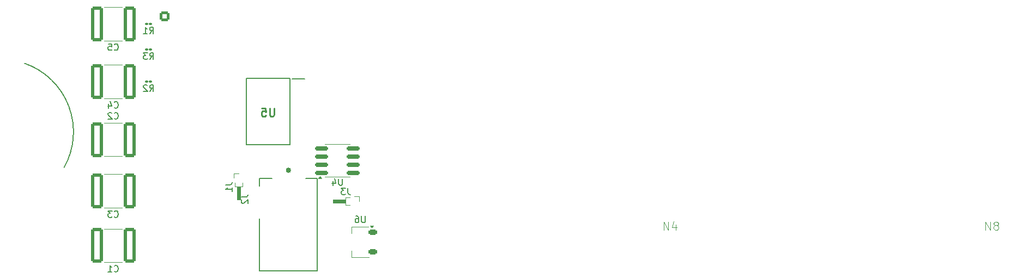
<source format=gbo>
%TF.GenerationSoftware,KiCad,Pcbnew,9.0.4*%
%TF.CreationDate,2025-11-16T22:43:31-07:00*%
%TF.ProjectId,Nixie Clock ECE5930,4e697869-6520-4436-9c6f-636b20454345,rev?*%
%TF.SameCoordinates,Original*%
%TF.FileFunction,Legend,Bot*%
%TF.FilePolarity,Positive*%
%FSLAX46Y46*%
G04 Gerber Fmt 4.6, Leading zero omitted, Abs format (unit mm)*
G04 Created by KiCad (PCBNEW 9.0.4) date 2025-11-16 22:43:31*
%MOMM*%
%LPD*%
G01*
G04 APERTURE LIST*
G04 Aperture macros list*
%AMRoundRect*
0 Rectangle with rounded corners*
0 $1 Rounding radius*
0 $2 $3 $4 $5 $6 $7 $8 $9 X,Y pos of 4 corners*
0 Add a 4 corners polygon primitive as box body*
4,1,4,$2,$3,$4,$5,$6,$7,$8,$9,$2,$3,0*
0 Add four circle primitives for the rounded corners*
1,1,$1+$1,$2,$3*
1,1,$1+$1,$4,$5*
1,1,$1+$1,$6,$7*
1,1,$1+$1,$8,$9*
0 Add four rect primitives between the rounded corners*
20,1,$1+$1,$2,$3,$4,$5,0*
20,1,$1+$1,$4,$5,$6,$7,0*
20,1,$1+$1,$6,$7,$8,$9,0*
20,1,$1+$1,$8,$9,$2,$3,0*%
%AMFreePoly0*
4,1,9,3.862500,-0.866500,0.737500,-0.866500,0.737500,-0.450000,-0.737500,-0.450000,-0.737500,0.450000,0.737500,0.450000,0.737500,0.866500,3.862500,0.866500,3.862500,-0.866500,3.862500,-0.866500,$1*%
G04 Aperture macros list end*
%ADD10C,0.088900*%
%ADD11C,0.150000*%
%ADD12C,0.254000*%
%ADD13C,0.127000*%
%ADD14C,0.120000*%
%ADD15C,0.200000*%
%ADD16C,0.400000*%
%ADD17C,1.346200*%
%ADD18C,2.100000*%
%ADD19R,1.498600X1.498600*%
%ADD20C,1.498600*%
%ADD21RoundRect,0.250000X-0.550000X-0.550000X0.550000X-0.550000X0.550000X0.550000X-0.550000X0.550000X0*%
%ADD22C,1.600000*%
%ADD23RoundRect,0.250000X0.650000X2.450000X-0.650000X2.450000X-0.650000X-2.450000X0.650000X-2.450000X0*%
%ADD24R,1.925000X0.650000*%
%ADD25RoundRect,0.250000X-0.650000X-2.450000X0.650000X-2.450000X0.650000X2.450000X-0.650000X2.450000X0*%
%ADD26RoundRect,0.100000X-0.130000X-0.100000X0.130000X-0.100000X0.130000X0.100000X-0.130000X0.100000X0*%
%ADD27O,5.204000X2.704000*%
%ADD28O,4.704000X2.454000*%
%ADD29O,2.454000X4.704000*%
%ADD30R,0.850000X0.850000*%
%ADD31RoundRect,0.225000X0.425000X0.225000X-0.425000X0.225000X-0.425000X-0.225000X0.425000X-0.225000X0*%
%ADD32FreePoly0,180.000000*%
%ADD33RoundRect,0.150000X-0.825000X-0.150000X0.825000X-0.150000X0.825000X0.150000X-0.825000X0.150000X0*%
G04 APERTURE END LIST*
D10*
X144032380Y-59082903D02*
X144032380Y-57812903D01*
X144032380Y-57812903D02*
X144758095Y-59082903D01*
X144758095Y-59082903D02*
X144758095Y-57812903D01*
X145907142Y-58236236D02*
X145907142Y-59082903D01*
X145604761Y-57752427D02*
X145302380Y-58659569D01*
X145302380Y-58659569D02*
X146088571Y-58659569D01*
X194032380Y-59082903D02*
X194032380Y-57812903D01*
X194032380Y-57812903D02*
X194758095Y-59082903D01*
X194758095Y-59082903D02*
X194758095Y-57812903D01*
X195544285Y-58357188D02*
X195423333Y-58296712D01*
X195423333Y-58296712D02*
X195362856Y-58236236D01*
X195362856Y-58236236D02*
X195302380Y-58115284D01*
X195302380Y-58115284D02*
X195302380Y-58054807D01*
X195302380Y-58054807D02*
X195362856Y-57933855D01*
X195362856Y-57933855D02*
X195423333Y-57873379D01*
X195423333Y-57873379D02*
X195544285Y-57812903D01*
X195544285Y-57812903D02*
X195786190Y-57812903D01*
X195786190Y-57812903D02*
X195907142Y-57873379D01*
X195907142Y-57873379D02*
X195967618Y-57933855D01*
X195967618Y-57933855D02*
X196028095Y-58054807D01*
X196028095Y-58054807D02*
X196028095Y-58115284D01*
X196028095Y-58115284D02*
X195967618Y-58236236D01*
X195967618Y-58236236D02*
X195907142Y-58296712D01*
X195907142Y-58296712D02*
X195786190Y-58357188D01*
X195786190Y-58357188D02*
X195544285Y-58357188D01*
X195544285Y-58357188D02*
X195423333Y-58417665D01*
X195423333Y-58417665D02*
X195362856Y-58478141D01*
X195362856Y-58478141D02*
X195302380Y-58599093D01*
X195302380Y-58599093D02*
X195302380Y-58840998D01*
X195302380Y-58840998D02*
X195362856Y-58961950D01*
X195362856Y-58961950D02*
X195423333Y-59022427D01*
X195423333Y-59022427D02*
X195544285Y-59082903D01*
X195544285Y-59082903D02*
X195786190Y-59082903D01*
X195786190Y-59082903D02*
X195907142Y-59022427D01*
X195907142Y-59022427D02*
X195967618Y-58961950D01*
X195967618Y-58961950D02*
X196028095Y-58840998D01*
X196028095Y-58840998D02*
X196028095Y-58599093D01*
X196028095Y-58599093D02*
X195967618Y-58478141D01*
X195967618Y-58478141D02*
X195907142Y-58417665D01*
X195907142Y-58417665D02*
X195786190Y-58357188D01*
D11*
X58666666Y-41709580D02*
X58714285Y-41757200D01*
X58714285Y-41757200D02*
X58857142Y-41804819D01*
X58857142Y-41804819D02*
X58952380Y-41804819D01*
X58952380Y-41804819D02*
X59095237Y-41757200D01*
X59095237Y-41757200D02*
X59190475Y-41661961D01*
X59190475Y-41661961D02*
X59238094Y-41566723D01*
X59238094Y-41566723D02*
X59285713Y-41376247D01*
X59285713Y-41376247D02*
X59285713Y-41233390D01*
X59285713Y-41233390D02*
X59238094Y-41042914D01*
X59238094Y-41042914D02*
X59190475Y-40947676D01*
X59190475Y-40947676D02*
X59095237Y-40852438D01*
X59095237Y-40852438D02*
X58952380Y-40804819D01*
X58952380Y-40804819D02*
X58857142Y-40804819D01*
X58857142Y-40804819D02*
X58714285Y-40852438D01*
X58714285Y-40852438D02*
X58666666Y-40900057D01*
X58285713Y-40900057D02*
X58238094Y-40852438D01*
X58238094Y-40852438D02*
X58142856Y-40804819D01*
X58142856Y-40804819D02*
X57904761Y-40804819D01*
X57904761Y-40804819D02*
X57809523Y-40852438D01*
X57809523Y-40852438D02*
X57761904Y-40900057D01*
X57761904Y-40900057D02*
X57714285Y-40995295D01*
X57714285Y-40995295D02*
X57714285Y-41090533D01*
X57714285Y-41090533D02*
X57761904Y-41233390D01*
X57761904Y-41233390D02*
X58333332Y-41804819D01*
X58333332Y-41804819D02*
X57714285Y-41804819D01*
D12*
X83517619Y-40099318D02*
X83517619Y-41127413D01*
X83517619Y-41127413D02*
X83457142Y-41248365D01*
X83457142Y-41248365D02*
X83396666Y-41308842D01*
X83396666Y-41308842D02*
X83275714Y-41369318D01*
X83275714Y-41369318D02*
X83033809Y-41369318D01*
X83033809Y-41369318D02*
X82912857Y-41308842D01*
X82912857Y-41308842D02*
X82852380Y-41248365D01*
X82852380Y-41248365D02*
X82791904Y-41127413D01*
X82791904Y-41127413D02*
X82791904Y-40099318D01*
X81582381Y-40099318D02*
X82187143Y-40099318D01*
X82187143Y-40099318D02*
X82247619Y-40704080D01*
X82247619Y-40704080D02*
X82187143Y-40643603D01*
X82187143Y-40643603D02*
X82066190Y-40583127D01*
X82066190Y-40583127D02*
X81763809Y-40583127D01*
X81763809Y-40583127D02*
X81642857Y-40643603D01*
X81642857Y-40643603D02*
X81582381Y-40704080D01*
X81582381Y-40704080D02*
X81521904Y-40825032D01*
X81521904Y-40825032D02*
X81521904Y-41127413D01*
X81521904Y-41127413D02*
X81582381Y-41248365D01*
X81582381Y-41248365D02*
X81642857Y-41308842D01*
X81642857Y-41308842D02*
X81763809Y-41369318D01*
X81763809Y-41369318D02*
X82066190Y-41369318D01*
X82066190Y-41369318D02*
X82187143Y-41308842D01*
X82187143Y-41308842D02*
X82247619Y-41248365D01*
D11*
X58666666Y-57009580D02*
X58714285Y-57057200D01*
X58714285Y-57057200D02*
X58857142Y-57104819D01*
X58857142Y-57104819D02*
X58952380Y-57104819D01*
X58952380Y-57104819D02*
X59095237Y-57057200D01*
X59095237Y-57057200D02*
X59190475Y-56961961D01*
X59190475Y-56961961D02*
X59238094Y-56866723D01*
X59238094Y-56866723D02*
X59285713Y-56676247D01*
X59285713Y-56676247D02*
X59285713Y-56533390D01*
X59285713Y-56533390D02*
X59238094Y-56342914D01*
X59238094Y-56342914D02*
X59190475Y-56247676D01*
X59190475Y-56247676D02*
X59095237Y-56152438D01*
X59095237Y-56152438D02*
X58952380Y-56104819D01*
X58952380Y-56104819D02*
X58857142Y-56104819D01*
X58857142Y-56104819D02*
X58714285Y-56152438D01*
X58714285Y-56152438D02*
X58666666Y-56200057D01*
X58333332Y-56104819D02*
X57714285Y-56104819D01*
X57714285Y-56104819D02*
X58047618Y-56485771D01*
X58047618Y-56485771D02*
X57904761Y-56485771D01*
X57904761Y-56485771D02*
X57809523Y-56533390D01*
X57809523Y-56533390D02*
X57761904Y-56581009D01*
X57761904Y-56581009D02*
X57714285Y-56676247D01*
X57714285Y-56676247D02*
X57714285Y-56914342D01*
X57714285Y-56914342D02*
X57761904Y-57009580D01*
X57761904Y-57009580D02*
X57809523Y-57057200D01*
X57809523Y-57057200D02*
X57904761Y-57104819D01*
X57904761Y-57104819D02*
X58190475Y-57104819D01*
X58190475Y-57104819D02*
X58285713Y-57057200D01*
X58285713Y-57057200D02*
X58333332Y-57009580D01*
X58666666Y-40009580D02*
X58714285Y-40057200D01*
X58714285Y-40057200D02*
X58857142Y-40104819D01*
X58857142Y-40104819D02*
X58952380Y-40104819D01*
X58952380Y-40104819D02*
X59095237Y-40057200D01*
X59095237Y-40057200D02*
X59190475Y-39961961D01*
X59190475Y-39961961D02*
X59238094Y-39866723D01*
X59238094Y-39866723D02*
X59285713Y-39676247D01*
X59285713Y-39676247D02*
X59285713Y-39533390D01*
X59285713Y-39533390D02*
X59238094Y-39342914D01*
X59238094Y-39342914D02*
X59190475Y-39247676D01*
X59190475Y-39247676D02*
X59095237Y-39152438D01*
X59095237Y-39152438D02*
X58952380Y-39104819D01*
X58952380Y-39104819D02*
X58857142Y-39104819D01*
X58857142Y-39104819D02*
X58714285Y-39152438D01*
X58714285Y-39152438D02*
X58666666Y-39200057D01*
X57809523Y-39438152D02*
X57809523Y-40104819D01*
X58047618Y-39057200D02*
X58285713Y-39771485D01*
X58285713Y-39771485D02*
X57666666Y-39771485D01*
X64166666Y-28504819D02*
X64499999Y-28028628D01*
X64738094Y-28504819D02*
X64738094Y-27504819D01*
X64738094Y-27504819D02*
X64357142Y-27504819D01*
X64357142Y-27504819D02*
X64261904Y-27552438D01*
X64261904Y-27552438D02*
X64214285Y-27600057D01*
X64214285Y-27600057D02*
X64166666Y-27695295D01*
X64166666Y-27695295D02*
X64166666Y-27838152D01*
X64166666Y-27838152D02*
X64214285Y-27933390D01*
X64214285Y-27933390D02*
X64261904Y-27981009D01*
X64261904Y-27981009D02*
X64357142Y-28028628D01*
X64357142Y-28028628D02*
X64738094Y-28028628D01*
X63214285Y-28504819D02*
X63785713Y-28504819D01*
X63499999Y-28504819D02*
X63499999Y-27504819D01*
X63499999Y-27504819D02*
X63595237Y-27647676D01*
X63595237Y-27647676D02*
X63690475Y-27742914D01*
X63690475Y-27742914D02*
X63785713Y-27790533D01*
X64166666Y-32504819D02*
X64499999Y-32028628D01*
X64738094Y-32504819D02*
X64738094Y-31504819D01*
X64738094Y-31504819D02*
X64357142Y-31504819D01*
X64357142Y-31504819D02*
X64261904Y-31552438D01*
X64261904Y-31552438D02*
X64214285Y-31600057D01*
X64214285Y-31600057D02*
X64166666Y-31695295D01*
X64166666Y-31695295D02*
X64166666Y-31838152D01*
X64166666Y-31838152D02*
X64214285Y-31933390D01*
X64214285Y-31933390D02*
X64261904Y-31981009D01*
X64261904Y-31981009D02*
X64357142Y-32028628D01*
X64357142Y-32028628D02*
X64738094Y-32028628D01*
X63833332Y-31504819D02*
X63214285Y-31504819D01*
X63214285Y-31504819D02*
X63547618Y-31885771D01*
X63547618Y-31885771D02*
X63404761Y-31885771D01*
X63404761Y-31885771D02*
X63309523Y-31933390D01*
X63309523Y-31933390D02*
X63261904Y-31981009D01*
X63261904Y-31981009D02*
X63214285Y-32076247D01*
X63214285Y-32076247D02*
X63214285Y-32314342D01*
X63214285Y-32314342D02*
X63261904Y-32409580D01*
X63261904Y-32409580D02*
X63309523Y-32457200D01*
X63309523Y-32457200D02*
X63404761Y-32504819D01*
X63404761Y-32504819D02*
X63690475Y-32504819D01*
X63690475Y-32504819D02*
X63785713Y-32457200D01*
X63785713Y-32457200D02*
X63833332Y-32409580D01*
X58666666Y-31009580D02*
X58714285Y-31057200D01*
X58714285Y-31057200D02*
X58857142Y-31104819D01*
X58857142Y-31104819D02*
X58952380Y-31104819D01*
X58952380Y-31104819D02*
X59095237Y-31057200D01*
X59095237Y-31057200D02*
X59190475Y-30961961D01*
X59190475Y-30961961D02*
X59238094Y-30866723D01*
X59238094Y-30866723D02*
X59285713Y-30676247D01*
X59285713Y-30676247D02*
X59285713Y-30533390D01*
X59285713Y-30533390D02*
X59238094Y-30342914D01*
X59238094Y-30342914D02*
X59190475Y-30247676D01*
X59190475Y-30247676D02*
X59095237Y-30152438D01*
X59095237Y-30152438D02*
X58952380Y-30104819D01*
X58952380Y-30104819D02*
X58857142Y-30104819D01*
X58857142Y-30104819D02*
X58714285Y-30152438D01*
X58714285Y-30152438D02*
X58666666Y-30200057D01*
X57761904Y-30104819D02*
X58238094Y-30104819D01*
X58238094Y-30104819D02*
X58285713Y-30581009D01*
X58285713Y-30581009D02*
X58238094Y-30533390D01*
X58238094Y-30533390D02*
X58142856Y-30485771D01*
X58142856Y-30485771D02*
X57904761Y-30485771D01*
X57904761Y-30485771D02*
X57809523Y-30533390D01*
X57809523Y-30533390D02*
X57761904Y-30581009D01*
X57761904Y-30581009D02*
X57714285Y-30676247D01*
X57714285Y-30676247D02*
X57714285Y-30914342D01*
X57714285Y-30914342D02*
X57761904Y-31009580D01*
X57761904Y-31009580D02*
X57809523Y-31057200D01*
X57809523Y-31057200D02*
X57904761Y-31104819D01*
X57904761Y-31104819D02*
X58142856Y-31104819D01*
X58142856Y-31104819D02*
X58238094Y-31057200D01*
X58238094Y-31057200D02*
X58285713Y-31009580D01*
X78410290Y-53938006D02*
X79125020Y-53938006D01*
X79125020Y-53938006D02*
X79267966Y-53890357D01*
X79267966Y-53890357D02*
X79363264Y-53795060D01*
X79363264Y-53795060D02*
X79410912Y-53652114D01*
X79410912Y-53652114D02*
X79410912Y-53556817D01*
X78505588Y-54366844D02*
X78457939Y-54414493D01*
X78457939Y-54414493D02*
X78410290Y-54509790D01*
X78410290Y-54509790D02*
X78410290Y-54748034D01*
X78410290Y-54748034D02*
X78457939Y-54843331D01*
X78457939Y-54843331D02*
X78505588Y-54890980D01*
X78505588Y-54890980D02*
X78600885Y-54938628D01*
X78600885Y-54938628D02*
X78696182Y-54938628D01*
X78696182Y-54938628D02*
X78839128Y-54890980D01*
X78839128Y-54890980D02*
X79410912Y-54319196D01*
X79410912Y-54319196D02*
X79410912Y-54938628D01*
X94948333Y-52564819D02*
X94948333Y-53279104D01*
X94948333Y-53279104D02*
X94995952Y-53421961D01*
X94995952Y-53421961D02*
X95091190Y-53517200D01*
X95091190Y-53517200D02*
X95234047Y-53564819D01*
X95234047Y-53564819D02*
X95329285Y-53564819D01*
X94567380Y-52564819D02*
X93948333Y-52564819D01*
X93948333Y-52564819D02*
X94281666Y-52945771D01*
X94281666Y-52945771D02*
X94138809Y-52945771D01*
X94138809Y-52945771D02*
X94043571Y-52993390D01*
X94043571Y-52993390D02*
X93995952Y-53041009D01*
X93995952Y-53041009D02*
X93948333Y-53136247D01*
X93948333Y-53136247D02*
X93948333Y-53374342D01*
X93948333Y-53374342D02*
X93995952Y-53469580D01*
X93995952Y-53469580D02*
X94043571Y-53517200D01*
X94043571Y-53517200D02*
X94138809Y-53564819D01*
X94138809Y-53564819D02*
X94424523Y-53564819D01*
X94424523Y-53564819D02*
X94519761Y-53517200D01*
X94519761Y-53517200D02*
X94567380Y-53469580D01*
X97662904Y-56914819D02*
X97662904Y-57724342D01*
X97662904Y-57724342D02*
X97615285Y-57819580D01*
X97615285Y-57819580D02*
X97567666Y-57867200D01*
X97567666Y-57867200D02*
X97472428Y-57914819D01*
X97472428Y-57914819D02*
X97281952Y-57914819D01*
X97281952Y-57914819D02*
X97186714Y-57867200D01*
X97186714Y-57867200D02*
X97139095Y-57819580D01*
X97139095Y-57819580D02*
X97091476Y-57724342D01*
X97091476Y-57724342D02*
X97091476Y-56914819D01*
X96186714Y-56914819D02*
X96377190Y-56914819D01*
X96377190Y-56914819D02*
X96472428Y-56962438D01*
X96472428Y-56962438D02*
X96520047Y-57010057D01*
X96520047Y-57010057D02*
X96615285Y-57152914D01*
X96615285Y-57152914D02*
X96662904Y-57343390D01*
X96662904Y-57343390D02*
X96662904Y-57724342D01*
X96662904Y-57724342D02*
X96615285Y-57819580D01*
X96615285Y-57819580D02*
X96567666Y-57867200D01*
X96567666Y-57867200D02*
X96472428Y-57914819D01*
X96472428Y-57914819D02*
X96281952Y-57914819D01*
X96281952Y-57914819D02*
X96186714Y-57867200D01*
X96186714Y-57867200D02*
X96139095Y-57819580D01*
X96139095Y-57819580D02*
X96091476Y-57724342D01*
X96091476Y-57724342D02*
X96091476Y-57486247D01*
X96091476Y-57486247D02*
X96139095Y-57391009D01*
X96139095Y-57391009D02*
X96186714Y-57343390D01*
X96186714Y-57343390D02*
X96281952Y-57295771D01*
X96281952Y-57295771D02*
X96472428Y-57295771D01*
X96472428Y-57295771D02*
X96567666Y-57343390D01*
X96567666Y-57343390D02*
X96615285Y-57391009D01*
X96615285Y-57391009D02*
X96662904Y-57486247D01*
X58666666Y-65509580D02*
X58714285Y-65557200D01*
X58714285Y-65557200D02*
X58857142Y-65604819D01*
X58857142Y-65604819D02*
X58952380Y-65604819D01*
X58952380Y-65604819D02*
X59095237Y-65557200D01*
X59095237Y-65557200D02*
X59190475Y-65461961D01*
X59190475Y-65461961D02*
X59238094Y-65366723D01*
X59238094Y-65366723D02*
X59285713Y-65176247D01*
X59285713Y-65176247D02*
X59285713Y-65033390D01*
X59285713Y-65033390D02*
X59238094Y-64842914D01*
X59238094Y-64842914D02*
X59190475Y-64747676D01*
X59190475Y-64747676D02*
X59095237Y-64652438D01*
X59095237Y-64652438D02*
X58952380Y-64604819D01*
X58952380Y-64604819D02*
X58857142Y-64604819D01*
X58857142Y-64604819D02*
X58714285Y-64652438D01*
X58714285Y-64652438D02*
X58666666Y-64700057D01*
X57714285Y-65604819D02*
X58285713Y-65604819D01*
X57999999Y-65604819D02*
X57999999Y-64604819D01*
X57999999Y-64604819D02*
X58095237Y-64747676D01*
X58095237Y-64747676D02*
X58190475Y-64842914D01*
X58190475Y-64842914D02*
X58285713Y-64890533D01*
X94106904Y-51114819D02*
X94106904Y-51924342D01*
X94106904Y-51924342D02*
X94059285Y-52019580D01*
X94059285Y-52019580D02*
X94011666Y-52067200D01*
X94011666Y-52067200D02*
X93916428Y-52114819D01*
X93916428Y-52114819D02*
X93725952Y-52114819D01*
X93725952Y-52114819D02*
X93630714Y-52067200D01*
X93630714Y-52067200D02*
X93583095Y-52019580D01*
X93583095Y-52019580D02*
X93535476Y-51924342D01*
X93535476Y-51924342D02*
X93535476Y-51114819D01*
X92630714Y-51448152D02*
X92630714Y-52114819D01*
X92868809Y-51067200D02*
X93106904Y-51781485D01*
X93106904Y-51781485D02*
X92487857Y-51781485D01*
X64166666Y-37504819D02*
X64499999Y-37028628D01*
X64738094Y-37504819D02*
X64738094Y-36504819D01*
X64738094Y-36504819D02*
X64357142Y-36504819D01*
X64357142Y-36504819D02*
X64261904Y-36552438D01*
X64261904Y-36552438D02*
X64214285Y-36600057D01*
X64214285Y-36600057D02*
X64166666Y-36695295D01*
X64166666Y-36695295D02*
X64166666Y-36838152D01*
X64166666Y-36838152D02*
X64214285Y-36933390D01*
X64214285Y-36933390D02*
X64261904Y-36981009D01*
X64261904Y-36981009D02*
X64357142Y-37028628D01*
X64357142Y-37028628D02*
X64738094Y-37028628D01*
X63785713Y-36600057D02*
X63738094Y-36552438D01*
X63738094Y-36552438D02*
X63642856Y-36504819D01*
X63642856Y-36504819D02*
X63404761Y-36504819D01*
X63404761Y-36504819D02*
X63309523Y-36552438D01*
X63309523Y-36552438D02*
X63261904Y-36600057D01*
X63261904Y-36600057D02*
X63214285Y-36695295D01*
X63214285Y-36695295D02*
X63214285Y-36790533D01*
X63214285Y-36790533D02*
X63261904Y-36933390D01*
X63261904Y-36933390D02*
X63833332Y-37504819D01*
X63833332Y-37504819D02*
X63214285Y-37504819D01*
X75954819Y-52041666D02*
X76669104Y-52041666D01*
X76669104Y-52041666D02*
X76811961Y-51994047D01*
X76811961Y-51994047D02*
X76907200Y-51898809D01*
X76907200Y-51898809D02*
X76954819Y-51755952D01*
X76954819Y-51755952D02*
X76954819Y-51660714D01*
X76954819Y-53041666D02*
X76954819Y-52470238D01*
X76954819Y-52755952D02*
X75954819Y-52755952D01*
X75954819Y-52755952D02*
X76097676Y-52660714D01*
X76097676Y-52660714D02*
X76192914Y-52565476D01*
X76192914Y-52565476D02*
X76240533Y-52470238D01*
D13*
%TO.C,BT2*%
X44767300Y-33147401D02*
G75*
G02*
X50885403Y-49344602I-3736480J-10665449D01*
G01*
D14*
%TO.C,C2*%
X59915748Y-42390000D02*
X57084252Y-42390000D01*
X59915748Y-47610000D02*
X57084252Y-47610000D01*
D15*
%TO.C,U5*%
X79150000Y-35490000D02*
X79150000Y-45790000D01*
X79150000Y-45790000D02*
X85950000Y-45790000D01*
X85950000Y-35490000D02*
X79150000Y-35490000D01*
X85950000Y-45790000D02*
X85950000Y-35490000D01*
X88225000Y-35520000D02*
X86300000Y-35520000D01*
D14*
%TO.C,C3*%
X57084252Y-50390000D02*
X59915748Y-50390000D01*
X57084252Y-55610000D02*
X59915748Y-55610000D01*
%TO.C,C4*%
X57084252Y-33390000D02*
X59915748Y-33390000D01*
X57084252Y-38610000D02*
X59915748Y-38610000D01*
%TO.C,C5*%
X57084252Y-24390000D02*
X59915748Y-24390000D01*
X57084252Y-29610000D02*
X59915748Y-29610000D01*
D13*
%TO.C,J2*%
X81225000Y-51085000D02*
X81225000Y-52235000D01*
X81225000Y-57335000D02*
X81225000Y-65485000D01*
X81225000Y-65485000D02*
X90225000Y-65485000D01*
X83175000Y-51085000D02*
X81225000Y-51085000D01*
X90225000Y-51085000D02*
X88375000Y-51085000D01*
X90225000Y-65485000D02*
X90225000Y-51085000D01*
D16*
X85925000Y-49785000D02*
G75*
G02*
X85525000Y-49785000I-200000J0D01*
G01*
X85525000Y-49785000D02*
G75*
G02*
X85925000Y-49785000I200000J0D01*
G01*
D14*
%TO.C,J3*%
X94630000Y-54000000D02*
X94630000Y-55220000D01*
X94630000Y-55220000D02*
X95255000Y-55220000D01*
X95255000Y-54000000D02*
X94630000Y-54000000D01*
X96725000Y-53875000D02*
X95990000Y-53875000D01*
X96725000Y-54610000D02*
X96725000Y-53875000D01*
X94630000Y-54350000D02*
X92630000Y-54350000D01*
X92630000Y-54870000D01*
X94630000Y-54870000D01*
X94630000Y-54350000D01*
G36*
X94630000Y-54350000D02*
G01*
X92630000Y-54350000D01*
X92630000Y-54870000D01*
X94630000Y-54870000D01*
X94630000Y-54350000D01*
G37*
%TO.C,U6*%
X95541000Y-59580000D02*
X95541000Y-58600000D01*
X95541000Y-62340000D02*
X95541000Y-63320000D01*
X95541000Y-63320000D02*
X98261000Y-63320000D01*
X98121000Y-58600000D02*
X95541000Y-58600000D01*
X98671000Y-58750000D02*
X98431000Y-58420000D01*
X98911000Y-58420000D01*
X98671000Y-58750000D01*
G36*
X98671000Y-58750000D02*
G01*
X98431000Y-58420000D01*
X98911000Y-58420000D01*
X98671000Y-58750000D01*
G37*
%TO.C,C1*%
X57084252Y-58890000D02*
X59915748Y-58890000D01*
X57084252Y-64110000D02*
X59915748Y-64110000D01*
%TO.C,U4*%
X93345000Y-45700000D02*
X91395000Y-45700000D01*
X93345000Y-45700000D02*
X95295000Y-45700000D01*
X93345000Y-50820000D02*
X91395000Y-50820000D01*
X93345000Y-50820000D02*
X95295000Y-50820000D01*
X90885000Y-51055000D02*
X90405000Y-51055000D01*
X90645000Y-50725000D01*
X90885000Y-51055000D01*
G36*
X90885000Y-51055000D02*
G01*
X90405000Y-51055000D01*
X90645000Y-50725000D01*
X90885000Y-51055000D01*
G37*
%TO.C,J1*%
X77265000Y-50265000D02*
X77265000Y-51000000D01*
X77390000Y-51735000D02*
X77390000Y-52360000D01*
X77390000Y-52360000D02*
X78610000Y-52360000D01*
X78000000Y-50265000D02*
X77265000Y-50265000D01*
X78610000Y-52360000D02*
X78610000Y-51735000D01*
X77740000Y-52360000D02*
X78260000Y-52360000D01*
X78260000Y-54360000D01*
X77740000Y-54360000D01*
X77740000Y-52360000D01*
G36*
X77740000Y-52360000D02*
G01*
X78260000Y-52360000D01*
X78260000Y-54360000D01*
X77740000Y-54360000D01*
X77740000Y-52360000D01*
G37*
%TD*%
%LPC*%
D17*
%TO.C,N7*%
X224907300Y-58265360D03*
X235092700Y-58265360D03*
X236144260Y-55494220D03*
X235786120Y-52555440D03*
X234104640Y-50117040D03*
X231480820Y-48740360D03*
X228519180Y-48740360D03*
X225895360Y-50117040D03*
X224213880Y-52555440D03*
X223855740Y-55494220D03*
X230000000Y-60937440D03*
X232875280Y-60228780D03*
X227124720Y-60228780D03*
%TD*%
%TO.C,N3*%
X154907300Y-58265360D03*
X165092700Y-58265360D03*
X166144260Y-55494220D03*
X165786120Y-52555440D03*
X164104640Y-50117040D03*
X161480820Y-48740360D03*
X158519180Y-48740360D03*
X155895360Y-50117040D03*
X154213880Y-52555440D03*
X153855740Y-55494220D03*
X160000000Y-60937440D03*
X162875280Y-60228780D03*
X157124720Y-60228780D03*
%TD*%
D18*
%TO.C,REF\u002A\u002A*%
X241935000Y-26670000D03*
%TD*%
D17*
%TO.C,N1*%
X104907300Y-58265360D03*
X115092700Y-58265360D03*
X116144260Y-55494220D03*
X115786120Y-52555440D03*
X114104640Y-50117040D03*
X111480820Y-48740360D03*
X108519180Y-48740360D03*
X105895360Y-50117040D03*
X104213880Y-52555440D03*
X103855740Y-55494220D03*
X110000000Y-60937440D03*
X112875280Y-60228780D03*
X107124720Y-60228780D03*
%TD*%
D19*
%TO.C,SW6*%
X95114998Y-32249751D03*
D20*
X95114998Y-25749750D03*
X99614999Y-32249751D03*
X99614999Y-25749750D03*
%TD*%
D18*
%TO.C,REF\u002A\u002A*%
X33020000Y-26670000D03*
%TD*%
D17*
%TO.C,N2*%
X124907300Y-58125360D03*
X135092700Y-58125360D03*
X136144260Y-55354220D03*
X135786120Y-52415440D03*
X134104640Y-49977040D03*
X131480820Y-48600360D03*
X128519180Y-48600360D03*
X125895360Y-49977040D03*
X124213880Y-52415440D03*
X123855740Y-55354220D03*
X130000000Y-60797440D03*
X132875280Y-60088780D03*
X127124720Y-60088780D03*
%TD*%
D21*
%TO.C,U1*%
X66500000Y-25800000D03*
D22*
X66500000Y-28340000D03*
X66500000Y-30880000D03*
X66500000Y-33420000D03*
X66500000Y-35960000D03*
X66500000Y-38500000D03*
X66500000Y-41040000D03*
X66500000Y-43580000D03*
X66500000Y-46120000D03*
X66500000Y-48660000D03*
X66500000Y-51200000D03*
X66500000Y-53740000D03*
X66500000Y-56280000D03*
X66500000Y-58820000D03*
X74120000Y-58820000D03*
X74120000Y-56280000D03*
X74120000Y-53740000D03*
X74120000Y-51200000D03*
X74120000Y-48660000D03*
X74120000Y-46120000D03*
X74120000Y-43580000D03*
X74120000Y-41040000D03*
X74120000Y-38500000D03*
X74120000Y-35960000D03*
X74120000Y-33420000D03*
X74120000Y-30880000D03*
X74120000Y-28340000D03*
X74120000Y-25800000D03*
%TD*%
D17*
%TO.C,N6*%
X204907300Y-58265360D03*
X215092700Y-58265360D03*
X216144260Y-55494220D03*
X215786120Y-52555440D03*
X214104640Y-50117040D03*
X211480820Y-48740360D03*
X208519180Y-48740360D03*
X205895360Y-50117040D03*
X204213880Y-52555440D03*
X203855740Y-55494220D03*
X210000000Y-60937440D03*
X212875280Y-60228780D03*
X207124720Y-60228780D03*
%TD*%
D18*
%TO.C,REF\u002A\u002A*%
X33020000Y-61595000D03*
%TD*%
D17*
%TO.C,N5*%
X174907300Y-58265360D03*
X185092700Y-58265360D03*
X186144260Y-55494220D03*
X185786120Y-52555440D03*
X184104640Y-50117040D03*
X181480820Y-48740360D03*
X178519180Y-48740360D03*
X175895360Y-50117040D03*
X174213880Y-52555440D03*
X173855740Y-55494220D03*
X180000000Y-60937440D03*
X182875280Y-60228780D03*
X177124720Y-60228780D03*
%TD*%
D19*
%TO.C,SW4*%
X77939000Y-32249751D03*
D20*
X77939000Y-25749750D03*
X82439001Y-32249751D03*
X82439001Y-25749750D03*
%TD*%
D18*
%TO.C,REF\u002A\u002A*%
X241935000Y-61595000D03*
%TD*%
D19*
%TO.C,SW5*%
X86526999Y-32249751D03*
D20*
X86526999Y-25749750D03*
X91027000Y-32249751D03*
X91027000Y-25749750D03*
%TD*%
D23*
%TO.C,C2*%
X61050000Y-45000000D03*
X55950000Y-45000000D03*
%TD*%
D24*
%TO.C,U5*%
X87262000Y-36195000D03*
X87262000Y-37465000D03*
X87262000Y-38735000D03*
X87262000Y-40005000D03*
X87262000Y-41275000D03*
X87262000Y-42545000D03*
X87262000Y-43815000D03*
X87262000Y-45085000D03*
X77838000Y-45085000D03*
X77838000Y-43815000D03*
X77838000Y-42545000D03*
X77838000Y-41275000D03*
X77838000Y-40005000D03*
X77838000Y-38735000D03*
X77838000Y-37465000D03*
X77838000Y-36195000D03*
%TD*%
D25*
%TO.C,C3*%
X55950000Y-53000000D03*
X61050000Y-53000000D03*
%TD*%
%TO.C,C4*%
X55950000Y-36000000D03*
X61050000Y-36000000D03*
%TD*%
D26*
%TO.C,R1*%
X63680000Y-27000000D03*
X64320000Y-27000000D03*
%TD*%
%TO.C,R3*%
X63680000Y-31000000D03*
X64320000Y-31000000D03*
%TD*%
D25*
%TO.C,C5*%
X55950000Y-27000000D03*
X61050000Y-27000000D03*
%TD*%
D27*
%TO.C,J2*%
X85725000Y-51785000D03*
D28*
X85725000Y-57785000D03*
D29*
X81025000Y-54785000D03*
%TD*%
D30*
%TO.C,J3*%
X95990000Y-54610000D03*
%TD*%
D31*
%TO.C,U6*%
X98851000Y-59460000D03*
D32*
X98763500Y-60960000D03*
D31*
X98851000Y-62460000D03*
%TD*%
D25*
%TO.C,C1*%
X55950000Y-61500000D03*
X61050000Y-61500000D03*
%TD*%
D33*
%TO.C,U4*%
X90870000Y-50165000D03*
X90870000Y-48895000D03*
X90870000Y-47625000D03*
X90870000Y-46355000D03*
X95820000Y-46355000D03*
X95820000Y-47625000D03*
X95820000Y-48895000D03*
X95820000Y-50165000D03*
%TD*%
D26*
%TO.C,R2*%
X63680000Y-36000000D03*
X64320000Y-36000000D03*
%TD*%
D30*
%TO.C,J1*%
X78000000Y-51000000D03*
%TD*%
%LPD*%
M02*

</source>
